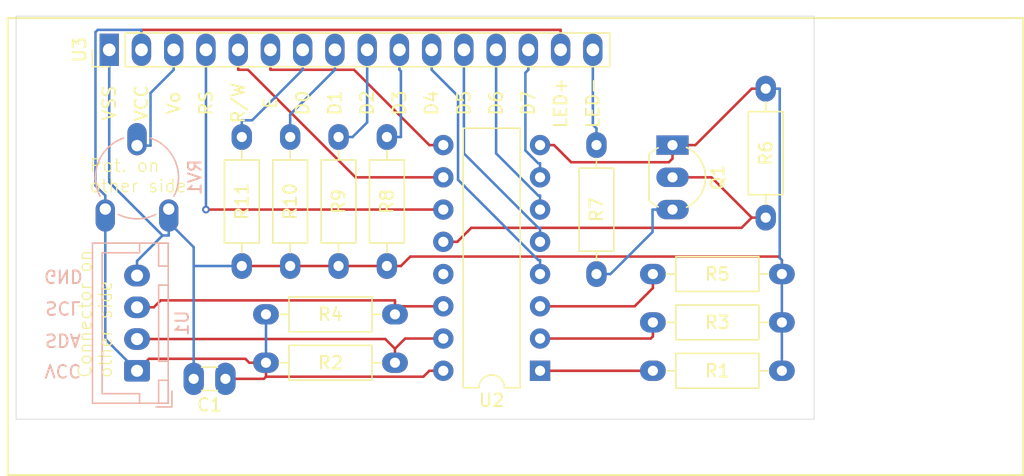
<source format=kicad_pcb>
(kicad_pcb (version 20240108) (generator "pcbnew") (generator_version "8.0")
  (layers (0 "F.Cu" signal) (31 "B.Cu" signal) (34 "B.Paste" user) (35 "F.Paste" user) (36 "B.SilkS" user "B.Silkscreen") (37 "F.SilkS" user "F.Silkscreen") (38 "B.Mask" user) (39 "F.Mask" user) (44 "Edge.Cuts" user))
  (net 0 "")
  (net 1 "/VCC")
  (net 2 "GND")
  (net 3 "Net-(Q1-D)")
  (net 4 "/LED Control")
  (net 5 "Net-(U2-A0)")
  (net 6 "/SDA")
  (net 7 "Net-(U2-A1)")
  (net 8 "/SCL")
  (net 9 "Net-(U2-A2)")
  (net 10 "Net-(U3-LED-)")
  (net 11 "/DB3")
  (net 12 "/DB2")
  (net 13 "/DB1")
  (net 14 "/DB0")
  (net 15 "/Contrast")
  (net 16 "/RS")
  (net 17 "/DB7")
  (net 18 "/DB4")
  (net 19 "/DB5")
  (net 20 "/DB6")
  (net 22 "/Enable")
  (net 23 "/Read{slash}Write")
  (footprint "My_Misc:R_Axial_DIN0207_L6.3mm_D2.5mm_P10.16mm_Horizontal_large" (layer "F.Cu") (at 155.575 64.135 -90)
    (property "Reference" "R7" (at 5.08 0 90) (layer "F.SilkS"))
    (property "Value" "27R")
    (fp_line (start 1.81 1.37) (end 8.35 1.37) (stroke (width 0.12)) (layer "F.SilkS"))
    (fp_line (start 8.35 1.37) (end 8.35 -1.37) (stroke (width 0.12)) (layer "F.SilkS"))
    (fp_line (start 1.04 0) (end 1.81 0) (stroke (width 0.12)) (layer "F.SilkS"))
    (fp_line (start 9.12 0) (end 8.35 0) (stroke (width 0.12)) (layer "F.SilkS"))
    (fp_line (start 1.81 -1.37) (end 1.81 1.37) (stroke (width 0.12)) (layer "F.SilkS"))
    (fp_line (start 8.35 -1.37) (end 1.81 -1.37) (stroke (width 0.12)) (layer "F.SilkS"))
    (pad "1" thru_hole oval (at 0 0 270) (size 2.032 1.6) (drill 0.8) (layers "*.Cu" "*.Mask") (net 10 "Net-(U3-LED-)"))
    (pad "2" thru_hole oval (at 10.16 0 270) (size 2.032 1.6) (drill 0.8) (layers "*.Cu" "*.Mask") (net 3 "Net-(Q1-D)"))
  )
  (footprint "My_Misc:R_Axial_DIN0207_L6.3mm_D2.5mm_P10.16mm_Horizontal_large" (layer "F.Cu") (at 160.02 78.105)
    (property "Reference" "R3" (at 5.08 0 0) (layer "F.SilkS"))
    (property "Value" "4k7")
    (fp_line (start 1.04 0) (end 1.81 0) (stroke (width 0.12)) (layer "F.SilkS"))
    (fp_line (start 1.81 -1.37) (end 1.81 1.37) (stroke (width 0.12)) (layer "F.SilkS"))
    (fp_line (start 1.81 1.37) (end 8.35 1.37) (stroke (width 0.12)) (layer "F.SilkS"))
    (fp_line (start 8.35 -1.37) (end 1.81 -1.37) (stroke (width 0.12)) (layer "F.SilkS"))
    (fp_line (start 8.35 1.37) (end 8.35 -1.37) (stroke (width 0.12)) (layer "F.SilkS"))
    (fp_line (start 9.12 0) (end 8.35 0) (stroke (width 0.12)) (layer "F.SilkS"))
    (pad "1" thru_hole oval (at 0 0) (size 2.032 1.6) (drill 0.8) (layers "*.Cu" "*.Mask") (net 7 "Net-(U2-A1)"))
    (pad "2" thru_hole oval (at 10.16 0) (size 2.032 1.6) (drill 0.8) (layers "*.Cu" "*.Mask") (net 2 "GND"))
  )
  (footprint "My_Misc:R_Axial_DIN0207_L6.3mm_D2.5mm_P10.16mm_Horizontal_large" (layer "F.Cu") (at 139.065 63.5 -90)
    (property "Reference" "R8" (at 5.08 0 90) (layer "F.SilkS"))
    (property "Value" "4.7k")
    (fp_line (start 1.81 1.37) (end 8.35 1.37) (stroke (width 0.12)) (layer "F.SilkS"))
    (fp_line (start 8.35 1.37) (end 8.35 -1.37) (stroke (width 0.12)) (layer "F.SilkS"))
    (fp_line (start 1.04 0) (end 1.81 0) (stroke (width 0.12)) (layer "F.SilkS"))
    (fp_line (start 9.12 0) (end 8.35 0) (stroke (width 0.12)) (layer "F.SilkS"))
    (fp_line (start 1.81 -1.37) (end 1.81 1.37) (stroke (width 0.12)) (layer "F.SilkS"))
    (fp_line (start 8.35 -1.37) (end 1.81 -1.37) (stroke (width 0.12)) (layer "F.SilkS"))
    (pad "1" thru_hole oval (at 0 0 270) (size 2.032 1.6) (drill 0.8) (layers "*.Cu" "*.Mask") (net 11 "/DB3"))
    (pad "2" thru_hole oval (at 10.16 0 270) (size 2.032 1.6) (drill 0.8) (layers "*.Cu" "*.Mask") (net 2 "GND"))
  )
  (footprint "My_Misc:R_Axial_DIN0207_L6.3mm_D2.5mm_P10.16mm_Horizontal_large" (layer "F.Cu") (at 129.54 81.28)
    (property "Reference" "R2" (at 5.08 0 0) (layer "F.SilkS"))
    (property "Value" "4k7")
    (fp_line (start 1.04 0) (end 1.81 0) (stroke (width 0.12)) (layer "F.SilkS"))
    (fp_line (start 1.81 -1.37) (end 1.81 1.37) (stroke (width 0.12)) (layer "F.SilkS"))
    (fp_line (start 1.81 1.37) (end 8.35 1.37) (stroke (width 0.12)) (layer "F.SilkS"))
    (fp_line (start 8.35 -1.37) (end 1.81 -1.37) (stroke (width 0.12)) (layer "F.SilkS"))
    (fp_line (start 8.35 1.37) (end 8.35 -1.37) (stroke (width 0.12)) (layer "F.SilkS"))
    (fp_line (start 9.12 0) (end 8.35 0) (stroke (width 0.12)) (layer "F.SilkS"))
    (pad "1" thru_hole oval (at 0 0) (size 2.032 1.6) (drill 0.8) (layers "*.Cu" "*.Mask") (net 1 "/VCC"))
    (pad "2" thru_hole oval (at 10.16 0) (size 2.032 1.6) (drill 0.8) (layers "*.Cu" "*.Mask") (net 6 "/SDA"))
  )
  (footprint "My_Misc:R_Axial_DIN0207_L6.3mm_D2.5mm_P10.16mm_Horizontal_large" (layer "F.Cu") (at 160.02 81.915)
    (property "Reference" "R1" (at 5.08 0 0) (layer "F.SilkS"))
    (property "Value" "4k7")
    (fp_line (start 1.04 0) (end 1.81 0) (stroke (width 0.12)) (layer "F.SilkS"))
    (fp_line (start 1.81 -1.37) (end 1.81 1.37) (stroke (width 0.12)) (layer "F.SilkS"))
    (fp_line (start 1.81 1.37) (end 8.35 1.37) (stroke (width 0.12)) (layer "F.SilkS"))
    (fp_line (start 8.35 -1.37) (end 1.81 -1.37) (stroke (width 0.12)) (layer "F.SilkS"))
    (fp_line (start 8.35 1.37) (end 8.35 -1.37) (stroke (width 0.12)) (layer "F.SilkS"))
    (fp_line (start 9.12 0) (end 8.35 0) (stroke (width 0.12)) (layer "F.SilkS"))
    (pad "1" thru_hole oval (at 0 0) (size 2.032 1.6) (drill 0.8) (layers "*.Cu" "*.Mask") (net 5 "Net-(U2-A0)"))
    (pad "2" thru_hole oval (at 10.16 0) (size 2.032 1.6) (drill 0.8) (layers "*.Cu" "*.Mask") (net 2 "GND"))
  )
  (footprint "My_Misc:DIP-16_W7.62mm_w socket" (layer "F.Cu") (at 151.13 81.915 180)
    (property "Reference" "U2" (at 3.81 -2.33 0) (layer "F.SilkS"))
    (property "Value" "PCF8574N")
    (fp_line (start 6.06 19.11) (end 6.06 -1.33) (stroke (width 0.12)) (layer "F.SilkS"))
    (fp_line (start 6.06 -1.33) (end 4.81 -1.33) (stroke (width 0.12)) (layer "F.SilkS"))
    (fp_line (start 2.81 -1.33) (end 1.56 -1.33) (stroke (width 0.12)) (layer "F.SilkS"))
    (fp_line (start 1.56 19.11) (end 6.06 19.11) (stroke (width 0.12)) (layer "F.SilkS"))
    (fp_line (start 1.56 -1.33) (end 1.56 19.11) (stroke (width 0.12)) (layer "F.SilkS"))
    (fp_arc (start 4.81 -1.33) (mid 3.81 -0.33) (end 2.81 -1.33) (stroke (width 0.12)) (layer "F.SilkS"))
    (pad "1" thru_hole rect (at 0 0 180) (size 1.6 1.6) (drill 0.8) (layers "*.Cu" "*.Mask") (net 5 "Net-(U2-A0)"))
    (pad "2" thru_hole oval (at 0 2.54 180) (size 1.6 1.6) (drill 0.8) (layers "*.Cu" "*.Mask") (net 7 "Net-(U2-A1)"))
    (pad "3" thru_hole oval (at 0 5.08 180) (size 1.6 1.6) (drill 0.8) (layers "*.Cu" "*.Mask") (net 9 "Net-(U2-A2)"))
    (pad "4" thru_hole oval (at 0 7.62 180) (size 1.6 1.6) (drill 0.8) (layers "*.Cu" "*.Mask") (net 18 "/DB4"))
    (pad "5" thru_hole oval (at 0 10.16 180) (size 1.6 1.6) (drill 0.8) (layers "*.Cu" "*.Mask") (net 19 "/DB5"))
    (pad "6" thru_hole oval (at 0 12.7 180) (size 1.6 1.6) (drill 0.8) (layers "*.Cu" "*.Mask") (net 20 "/DB6"))
    (pad "7" thru_hole oval (at 0 15.24 180) (size 1.6 1.6) (drill 0.8) (layers "*.Cu" "*.Mask") (net 17 "/DB7"))
    (pad "8" thru_hole oval (at 0 17.78 180) (size 1.6 1.6) (drill 0.8) (layers "*.Cu" "*.Mask") (net 2 "GND"))
    (pad "9" thru_hole oval (at 7.62 17.78 180) (size 1.6 1.6) (drill 0.8) (layers "*.Cu" "*.Mask") (net 22 "/Enable"))
    (pad "10" thru_hole oval (at 7.62 15.24 180) (size 1.6 1.6) (drill 0.8) (layers "*.Cu" "*.Mask") (net 23 "/Read{slash}Write"))
    (pad "11" thru_hole oval (at 7.62 12.7 180) (size 1.6 1.6) (drill 0.8) (layers "*.Cu" "*.Mask") (net 16 "/RS"))
    (pad "12" thru_hole oval (at 7.62 10.16 180) (size 1.6 1.6) (drill 0.8) (layers "*.Cu" "*.Mask") (net 4 "/LED Control"))
    (pad "13" thru_hole oval (at 7.62 7.62 180) (size 1.6 1.6) (drill 0.8) (layers "*.Cu" "*.Mask"))
    (pad "14" thru_hole oval (at 7.62 5.08 180) (size 1.6 1.6) (drill 0.8) (layers "*.Cu" "*.Mask") (net 8 "/SCL"))
    (pad "15" thru_hole oval (at 7.62 2.54 180) (size 1.6 1.6) (drill 0.8) (layers "*.Cu" "*.Mask") (net 6 "/SDA"))
    (pad "16" thru_hole oval (at 7.62 0 180) (size 1.6 1.6) (drill 0.8) (layers "*.Cu" "*.Mask") (net 1 "/VCC"))
  )
  (footprint "My_Parts:LCD_HD44780_16x2_w_headers_large" (layer "F.Cu") (at 117.19 56.63)
    (property "Reference" "U3" (at -2.33 0 90) (layer "F.SilkS"))
    (property "Value" "LCD_HD44780")
    (fp_line (start -8 -2.5) (end -8 33.5) (stroke (width 0.15)) (layer "F.SilkS"))
    (fp_line (start -8 33.5) (end 72 33.5) (stroke (width 0.15)) (layer "F.SilkS"))
    (fp_line (start -1.33 1.33) (end -1.33 0) (stroke (width 0.12)) (layer "F.SilkS"))
    (fp_line (start 0 1.33) (end -1.33 1.33) (stroke (width 0.12)) (layer "F.SilkS"))
    (fp_line (start 1.27 -1.33) (end 39.43 -1.33) (stroke (width 0.12)) (layer "F.SilkS"))
    (fp_line (start 1.27 1.33) (end 1.27 -1.33) (stroke (width 0.12)) (layer "F.SilkS"))
    (fp_line (start 1.27 1.33) (end 39.43 1.33) (stroke (width 0.12)) (layer "F.SilkS"))
    (fp_line (start 39.43 1.33) (end 39.43 -1.33) (stroke (width 0.12)) (layer "F.SilkS"))
    (fp_line (start 72 -2.5) (end -8 -2.5) (stroke (width 0.15)) (layer "F.SilkS"))
    (fp_line (start 72 33.5) (end 72 -2.5) (stroke (width 0.15)) (layer "F.SilkS"))
    (fp_text user "D5" (at 27.94 4.19 90) (layer "F.SilkS"))
    (fp_text user "Vo" (at 5.08 4.19 90) (layer "F.SilkS"))
    (fp_text user "D7" (at 33.02 4.19 90) (layer "F.SilkS"))
    (fp_text user "R/W" (at 10.16 4.19 90) (layer "F.SilkS"))
    (fp_text user "RS" (at 7.62 4.19 90) (layer "F.SilkS"))
    (fp_text user "D4" (at 25.4 4.19 90) (layer "F.SilkS"))
    (fp_text user "VCC" (at 2.54 4.19 90) (layer "F.SilkS"))
    (fp_text user "VSS" (at 0 4.19 90) (layer "F.SilkS"))
    (fp_text user "LED+" (at 35.56 4.19 90) (layer "F.SilkS"))
    (fp_text user "D1" (at 17.78 4.19 90) (layer "F.SilkS"))
    (fp_text user "D6" (at 30.48 4.19 90) (layer "F.SilkS"))
    (fp_text user "E" (at 12.7 4.19 90) (layer "F.SilkS"))
    (fp_text user "D3" (at 22.86 4.19 90) (layer "F.SilkS"))
    (fp_text user "D0" (at 15.24 4.19 90) (layer "F.SilkS"))
    (fp_text user "LED-" (at 38.1 4.19 90) (layer "F.SilkS"))
    (fp_text user "D2" (at 20.32 4.19 90) (layer "F.SilkS"))
    (pad "" np_thru_hole circle (at -5.5 0) (size 2.5 2.5) (drill 2.5) (layers "*.Cu" "*.Mask"))
    (pad "" np_thru_hole circle (at -5.5 31) (size 2.5 2.5) (drill 2.5) (layers "*.Cu" "*.Mask"))
    (pad "" np_thru_hole circle (at 69.5 0) (size 2.5 2.5) (drill 2.5) (layers "*.Cu" "*.Mask"))
    (pad "" np_thru_hole circle (at 69.5 31) (size 2.5 2.5) (drill 2.5) (layers "*.Cu" "*.Mask"))
    (pad "1" thru_hole rect (at 0 0 90) (size 2.54 1.524) (drill 1) (layers "*.Cu" "*.Mask") (net 2 "GND"))
    (pad "2" thru_hole oval (at 2.54 0 90) (size 2.54 1.524) (drill 1) (layers "*.Cu" "*.Mask") (net 1 "/VCC"))
    (pad "3" thru_hole oval (at 5.08 0 90) (size 2.54 1.524) (drill 1) (layers "*.Cu" "*.Mask") (net 15 "/Contrast"))
    (pad "4" thru_hole oval (at 7.62 0 90) (size 2.54 1.524) (drill 1) (layers "*.Cu" "*.Mask") (net 16 "/RS"))
    (pad "5" thru_hole oval (at 10.16 0 90) (size 2.54 1.524) (drill 1) (layers "*.Cu" "*.Mask") (net 23 "/Read{slash}Write"))
    (pad "6" thru_hole oval (at 12.7 0 90) (size 2.54 1.524) (drill 1) (layers "*.Cu" "*.Mask") (net 22 "/Enable"))
    (pad "7" thru_hole oval (at 15.24 0 90) (size 2.54 1.524) (drill 1) (layers "*.Cu" "*.Mask") (net 14 "/DB0"))
    (pad "8" thru_hole oval (at 17.78 0 90) (size 2.54 1.524) (drill 1) (layers "*.Cu" "*.Mask") (net 13 "/DB1"))
    (pad "9" thru_hole oval (at 20.32 0 90) (size 2.54 1.524) (drill 1) (layers "*.Cu" "*.Mask") (net 12 "/DB2"))
    (pad "10" thru_hole oval (at 22.86 0 90) (size 2.54 1.524) (drill 1) (layers "*.Cu" "*.Mask") (net 11 "/DB3"))
    (pad "11" thru_hole oval (at 25.4 0 90) (size 2.54 1.524) (drill 1) (layers "*.Cu" "*.Mask") (net 18 "/DB4"))
    (pad "12" thru_hole oval (at 27.94 0 90) (size 2.54 1.524) (drill 1) (layers "*.Cu" "*.Mask") (net 19 "/DB5"))
    (pad "13" thru_hole oval (at 30.48 0 90) (size 2.54 1.524) (drill 1) (layers "*.Cu" "*.Mask") (net 20 "/DB6"))
    (pad "14" thru_hole oval (at 33.02 0 90) (size 2.54 1.524) (drill 1) (layers "*.Cu" "*.Mask") (net 17 "/DB7"))
    (pad "15" thru_hole oval (at 35.56 0 90) (size 2.54 1.524) (drill 1) (layers "*.Cu" "*.Mask") (net 1 "/VCC"))
    (pad "16" thru_hole oval (at 38.1 0 90) (size 2.54 1.524) (drill 1) (layers "*.Cu" "*.Mask") (net 10 "Net-(U3-LED-)"))
  )
  (footprint "My_Misc:TO-92_Inline_Wide_large" (layer "F.Cu") (at 161.565 64.135 -90)
    (property "Reference" "Q1" (at 2.54 -3.56 90) (layer "F.SilkS"))
    (property "Value" "2N7000")
    (fp_line (start 0.74 1.85) (end 4.34 1.85) (stroke (width 0.12)) (layer "F.SilkS"))
    (fp_arc (start 0.74 1.85) (mid 0.446097 1.509328) (end 0.215816 1.122795) (stroke (width 0.12)) (layer "F.SilkS"))
    (fp_arc (start 4.864184 1.122795) (mid 4.633903 1.509328) (end 4.34 1.85) (stroke (width 0.12)) (layer "F.SilkS"))
    (fp_arc (start 0.1836 -1.098807) (mid 1.143021 -2.192817) (end 2.54 -2.6) (stroke (width 0.12)) (layer "F.SilkS"))
    (fp_arc (start 2.54 -2.6) (mid 3.936979 -2.192818) (end 4.8964 -1.098807) (stroke (width 0.12)) (layer "F.SilkS"))
    (pad "1" thru_hole rect (at 0 0 270) (size 1.524 2.54) (drill 0.8) (layers "*.Cu" "*.Mask") (net 2 "GND"))
    (pad "2" thru_hole oval (at 2.54 0 270) (size 1.524 2.54) (drill 0.8) (layers "*.Cu" "*.Mask") (net 4 "/LED Control"))
    (pad "3" thru_hole oval (at 5.08 0 270) (size 1.524 2.54) (drill 0.8) (layers "*.Cu" "*.Mask") (net 3 "Net-(Q1-D)"))
  )
  (footprint "My_Misc:R_Axial_DIN0207_L6.3mm_D2.5mm_P10.16mm_Horizontal_large" (layer "F.Cu") (at 168.91 69.85 90)
    (property "Reference" "R6" (at 5.08 0 90) (layer "F.SilkS"))
    (property "Value" "4k7")
    (fp_line (start 8.35 -1.37) (end 1.81 -1.37) (stroke (width 0.12)) (layer "F.SilkS"))
    (fp_line (start 1.81 -1.37) (end 1.81 1.37) (stroke (width 0.12)) (layer "F.SilkS"))
    (fp_line (start 9.12 0) (end 8.35 0) (stroke (width 0.12)) (layer "F.SilkS"))
    (fp_line (start 1.04 0) (end 1.81 0) (stroke (width 0.12)) (layer "F.SilkS"))
    (fp_line (start 8.35 1.37) (end 8.35 -1.37) (stroke (width 0.12)) (layer "F.SilkS"))
    (fp_line (start 1.81 1.37) (end 8.35 1.37) (stroke (width 0.12)) (layer "F.SilkS"))
    (pad "1" thru_hole oval (at 0 0 90) (size 2.032 1.6) (drill 0.8) (layers "*.Cu" "*.Mask") (net 4 "/LED Control"))
    (pad "2" thru_hole oval (at 10.16 0 90) (size 2.032 1.6) (drill 0.8) (layers "*.Cu" "*.Mask") (net 2 "GND"))
  )
  (footprint "My_Misc:R_Axial_DIN0207_L6.3mm_D2.5mm_P10.16mm_Horizontal_large" (layer "F.Cu") (at 127.635 63.5 -90)
    (property "Reference" "R11" (at 5.08 0 90) (layer "F.SilkS"))
    (property "Value" "4.7k")
    (fp_line (start 1.81 1.37) (end 8.35 1.37) (stroke (width 0.12)) (layer "F.SilkS"))
    (fp_line (start 8.35 1.37) (end 8.35 -1.37) (stroke (width 0.12)) (layer "F.SilkS"))
    (fp_line (start 1.04 0) (end 1.81 0) (stroke (width 0.12)) (layer "F.SilkS"))
    (fp_line (start 9.12 0) (end 8.35 0) (stroke (width 0.12)) (layer "F.SilkS"))
    (fp_line (start 1.81 -1.37) (end 1.81 1.37) (stroke (width 0.12)) (layer "F.SilkS"))
    (fp_line (start 8.35 -1.37) (end 1.81 -1.37) (stroke (width 0.12)) (layer "F.SilkS"))
    (pad "1" thru_hole oval (at 0 0 270) (size 2.032 1.6) (drill 0.8) (layers "*.Cu" "*.Mask") (net 14 "/DB0"))
    (pad "2" thru_hole oval (at 10.16 0 270) (size 2.032 1.6) (drill 0.8) (layers "*.Cu" "*.Mask") (net 2 "GND"))
  )
  (footprint "My_Misc:R_Axial_DIN0207_L6.3mm_D2.5mm_P10.16mm_Horizontal_large" (layer "F.Cu") (at 135.255 63.5 -90)
    (property "Reference" "R9" (at 5.08 0 90) (layer "F.SilkS"))
    (property "Value" "4.7k")
    (fp_line (start 1.81 1.37) (end 8.35 1.37) (stroke (width 0.12)) (layer "F.SilkS"))
    (fp_line (start 8.35 1.37) (end 8.35 -1.37) (stroke (width 0.12)) (layer "F.SilkS"))
    (fp_line (start 1.04 0) (end 1.81 0) (stroke (width 0.12)) (layer "F.SilkS"))
    (fp_line (start 9.12 0) (end 8.35 0) (stroke (width 0.12)) (layer "F.SilkS"))
    (fp_line (start 1.81 -1.37) (end 1.81 1.37) (stroke (width 0.12)) (layer "F.SilkS"))
    (fp_line (start 8.35 -1.37) (end 1.81 -1.37) (stroke (width 0.12)) (layer "F.SilkS"))
    (pad "1" thru_hole oval (at 0 0 270) (size 2.032 1.6) (drill 0.8) (layers "*.Cu" "*.Mask") (net 12 "/DB2"))
    (pad "2" thru_hole oval (at 10.16 0 270) (size 2.032 1.6) (drill 0.8) (layers "*.Cu" "*.Mask") (net 2 "GND"))
  )
  (footprint "My_Misc:R_Axial_DIN0207_L6.3mm_D2.5mm_P10.16mm_Horizontal_large" (layer "F.Cu") (at 129.54 77.47)
    (property "Reference" "R4" (at 5.08 0 0) (layer "F.SilkS"))
    (property "Value" "4k7")
    (fp_line (start 1.04 0) (end 1.81 0) (stroke (width 0.12)) (layer "F.SilkS"))
    (fp_line (start 1.81 -1.37) (end 1.81 1.37) (stroke (width 0.12)) (layer "F.SilkS"))
    (fp_line (start 1.81 1.37) (end 8.35 1.37) (stroke (width 0.12)) (layer "F.SilkS"))
    (fp_line (start 8.35 -1.37) (end 1.81 -1.37) (stroke (width 0.12)) (layer "F.SilkS"))
    (fp_line (start 8.35 1.37) (end 8.35 -1.37) (stroke (width 0.12)) (layer "F.SilkS"))
    (fp_line (start 9.12 0) (end 8.35 0) (stroke (width 0.12)) (layer "F.SilkS"))
    (pad "1" thru_hole oval (at 0 0) (size 2.032 1.6) (drill 0.8) (layers "*.Cu" "*.Mask") (net 1 "/VCC"))
    (pad "2" thru_hole oval (at 10.16 0) (size 2.032 1.6) (drill 0.8) (layers "*.Cu" "*.Mask") (net 8 "/SCL"))
  )
  (footprint "My_Misc:C_Disc_D3.0mm_W1.6mm_P2.50mm_larg" (layer "F.Cu") (at 126.345 82.55 180)
    (property "Reference" "C1" (at 1.25 -2.05 0) (layer "F.SilkS"))
    (property "Value" "100n")
    (fp_line (start 0.621 0.92) (end 1.879 0.92) (stroke (width 0.12)) (layer "F.SilkS"))
    (fp_line (start 0.621 -0.92) (end 1.879 -0.92) (stroke (width 0.12)) (layer "F.SilkS"))
    (pad "1" thru_hole oval (at 0 0 180) (size 1.6 2.54) (drill 0.8) (layers "*.Cu" "*.Mask") (net 1 "/VCC"))
    (pad "2" thru_hole oval (at 2.5 0 180) (size 1.6 2.54) (drill 0.8) (layers "*.Cu" "*.Mask") (net 2 "GND"))
  )
  (footprint "My_Misc:R_Axial_DIN0207_L6.3mm_D2.5mm_P10.16mm_Horizontal_large" (layer "F.Cu") (at 131.445 63.5 -90)
    (property "Reference" "R10" (at 5.08 0 90) (layer "F.SilkS"))
    (property "Value" "4.7k")
    (fp_line (start 1.81 1.37) (end 8.35 1.37) (stroke (width 0.12)) (layer "F.SilkS"))
    (fp_line (start 8.35 1.37) (end 8.35 -1.37) (stroke (width 0.12)) (layer "F.SilkS"))
    (fp_line (start 1.04 0) (end 1.81 0) (stroke (width 0.12)) (layer "F.SilkS"))
    (fp_line (start 9.12 0) (end 8.35 0) (stroke (width 0.12)) (layer "F.SilkS"))
    (fp_line (start 1.81 -1.37) (end 1.81 1.37) (stroke (width 0.12)) (layer "F.SilkS"))
    (fp_line (start 8.35 -1.37) (end 1.81 -1.37) (stroke (width 0.12)) (layer "F.SilkS"))
    (pad "1" thru_hole oval (at 0 0 270) (size 2.032 1.6) (drill 0.8) (layers "*.Cu" "*.Mask") (net 13 "/DB1"))
    (pad "2" thru_hole oval (at 10.16 0 270) (size 2.032 1.6) (drill 0.8) (layers "*.Cu" "*.Mask") (net 2 "GND"))
  )
  (footprint "My_Misc:R_Axial_DIN0207_L6.3mm_D2.5mm_P10.16mm_Horizontal_large" (layer "F.Cu") (at 160.02 74.295)
    (property "Reference" "R5" (at 5.08 0 0) (layer "F.SilkS"))
    (property "Value" "4k7")
    (fp_line (start 1.04 0) (end 1.81 0) (stroke (width 0.12)) (layer "F.SilkS"))
    (fp_line (start 1.81 -1.37) (end 1.81 1.37) (stroke (width 0.12)) (layer "F.SilkS"))
    (fp_line (start 1.81 1.37) (end 8.35 1.37) (stroke (width 0.12)) (layer "F.SilkS"))
    (fp_line (start 8.35 -1.37) (end 1.81 -1.37) (stroke (width 0.12)) (layer "F.SilkS"))
    (fp_line (start 8.35 1.37) (end 8.35 -1.37) (stroke (width 0.12)) (layer "F.SilkS"))
    (fp_line (start 9.12 0) (end 8.35 0) (stroke (width 0.12)) (layer "F.SilkS"))
    (pad "1" thru_hole oval (at 0 0) (size 2.032 1.6) (drill 0.8) (layers "*.Cu" "*.Mask") (net 9 "Net-(U2-A2)"))
    (pad "2" thru_hole oval (at 10.16 0) (size 2.032 1.6) (drill 0.8) (layers "*.Cu" "*.Mask") (net 2 "GND"))
  )
  (footprint "My_Misc:Potentiometer_Piher_PT-6-V_Vertical_larger_pads" (layer "B.Cu") (at 116.88 69.175 90)
    (property "Reference" "RV1" (at 2.5 7.06 90) (layer "B.SilkS") (effects (justify mirror)))
    (property "Value" "10k")
    (fp_arc (start 2.5 -0.77) (mid 4.398899 -0.162158) (end 5.591846 1.435392) (stroke (width 0.12)) (layer "B.SilkS"))
    (fp_arc (start 1.015 -0.414) (mid 1.764071 -0.686696) (end 2.556863 -0.770075) (stroke (width 0.12)) (layer "B.SilkS"))
    (fp_arc (start 5.592 3.564) (mid 3.725524 5.531609) (end 1.016032 5.413829) (stroke (width 0.12)) (layer "B.SilkS"))
    (fp_arc (start -0.414 3.984) (mid -0.770115 2.499325) (end -0.413387 1.014798) (stroke (width 0.12)) (layer "B.SilkS"))
    (pad "1" thru_hole oval (at 0 0 90) (size 2.54 1.524) (drill 0.9 (offset -0.508 0)) (layers "*.Cu" "*.Mask") (net 1 "/VCC"))
    (pad "2" thru_hole oval (at 5 2.5 90) (size 2.54 1.524) (drill 0.9 (offset 0.508 0)) (layers "*.Cu" "*.Mask") (net 15 "/Contrast"))
    (pad "3" thru_hole oval (at 0 5 90) (size 2.54 1.524) (drill 0.9 (offset -0.508 0)) (layers "*.Cu" "*.Mask") (net 2 "GND"))
  )
  (footprint "My_Headers:4-pin JST I2C" (layer "B.Cu") (at 119.38 81.915 90)
    (property "Reference" "U1" (at 3.75 3.55 90) (layer "B.SilkS") (effects (justify mirror)))
    (property "Value" "I2C Connector")
    (fp_line (start 10.06 -3.51) (end -2.56 -3.51) (stroke (width 0.12)) (layer "B.SilkS"))
    (fp_line (start -2.56 -3.51) (end -2.56 2.46) (stroke (width 0.12)) (layer "B.SilkS"))
    (fp_line (start 9.3 -2.75) (end 9.3 0.2) (stroke (width 0.12)) (layer "B.SilkS"))
    (fp_line (start 3.75 -2.75) (end 9.3 -2.75) (stroke (width 0.12)) (layer "B.SilkS"))
    (fp_line (start 3.75 -2.75) (end -1.8 -2.75) (stroke (width 0.12)) (layer "B.SilkS"))
    (fp_line (start -1.8 -2.75) (end -1.8 0.2) (stroke (width 0.12)) (layer "B.SilkS"))
    (fp_line (start 9.3 0.2) (end 10.05 0.2) (stroke (width 0.12)) (layer "B.SilkS"))
    (fp_line (start -1.8 0.2) (end -2.55 0.2) (stroke (width 0.12)) (layer "B.SilkS"))
    (fp_line (start -2.85 1.5) (end -2.85 2.75) (stroke (width 0.12)) (layer "B.SilkS"))
    (fp_line (start 10.05 1.7) (end 8.25 1.7) (stroke (width 0.12)) (layer "B.SilkS"))
    (fp_line (start 8.25 1.7) (end 8.25 2.45) (stroke (width 0.12)) (layer "B.SilkS"))
    (fp_line (start 6.75 1.7) (end 0.75 1.7) (stroke (width 0.12)) (layer "B.SilkS"))
    (fp_line (start 0.75 1.7) (end 0.75 2.45) (stroke (width 0.12)) (layer "B.SilkS"))
    (fp_line (start -0.75 1.7) (end -2.55 1.7) (stroke (width 0.12)) (layer "B.SilkS"))
    (fp_line (start -2.55 1.7) (end -2.55 2.45) (stroke (width 0.12)) (layer "B.SilkS"))
    (fp_line (start 10.05 2.45) (end 10.05 1.7) (stroke (width 0.12)) (layer "B.SilkS"))
    (fp_line (start 8.25 2.45) (end 10.05 2.45) (stroke (width 0.12)) (layer "B.SilkS"))
    (fp_line (start 6.75 2.45) (end 6.75 1.7) (stroke (width 0.12)) (layer "B.SilkS"))
    (fp_line (start 0.75 2.45) (end 6.75 2.45) (stroke (width 0.12)) (layer "B.SilkS"))
    (fp_line (start -0.75 2.45) (end -0.75 1.7) (stroke (width 0.12)) (layer "B.SilkS"))
    (fp_line (start -2.55 2.45) (end -0.75 2.45) (stroke (width 0.12)) (layer "B.SilkS"))
    (fp_line (start 10.06 2.46) (end 10.06 -3.51) (stroke (width 0.12)) (layer "B.SilkS"))
    (fp_line (start -2.56 2.46) (end 10.06 2.46) (stroke (width 0.12)) (layer "B.SilkS"))
    (fp_line (start -2.85 2.75) (end -1.6 2.75) (stroke (width 0.12)) (layer "B.SilkS"))
    (fp_text user "GND" (at 7.45 -5.8 180) (layer "B.SilkS") (effects (justify mirror)))
    (fp_text user "SCL" (at 4.95 -5.842 180) (layer "B.SilkS") (effects (justify mirror)))
    (fp_text user "VCC" (at 0 -5.842 180) (layer "B.SilkS") (effects (justify mirror)))
    (fp_text user "SDA" (at 2.41 -5.842 180) (layer "B.SilkS") (effects (justify mirror)))
    (pad "1" thru_hole roundrect (at 0 0 90) (size 1.7 2.032) (drill 0.95) (layers "*.Cu" "*.Mask") (roundrect_rratio 0.147059) (net 1 "/VCC"))
    (pad "2" thru_hole oval (at 2.5 0 90) (size 1.7 2.032) (drill 0.95) (layers "*.Cu" "*.Mask") (net 6 "/SDA"))
    (pad "3" thru_hole oval (at 5 0 90) (size 1.7 2.032) (drill 0.95) (layers "*.Cu" "*.Mask") (net 8 "/SCL"))
    (pad "4" thru_hole oval (at 7.5 0 90) (size 1.7 2.032) (drill 0.95) (layers "*.Cu" "*.Mask") (net 2 "GND"))
  )
  (gr_line (start 172.72 53.975) (end 109.855 53.975) (stroke (width 0.05)) (layer "Edge.Cuts"))
  (gr_line (start 109.855 85.725) (end 172.72 85.725) (stroke (width 0.05)) (layer "Edge.Cuts"))
  (gr_line (start 109.855 53.975) (end 109.855 85.725) (stroke (width 0.05)) (layer "Edge.Cuts"))
  (gr_line (start 172.72 85.725) (end 172.72 53.975) (stroke (width 0.05)) (layer "Edge.Cuts"))
  (gr_text "Pot. on\nother side" (at 115.57 67.945 0) (layer "F.SilkS") (effects (font (size 1 1) (thickness 0.1)) (justify left bottom)))
  (gr_text "Connector on\nother side" (at 117.475 82.55 90) (layer "F.SilkS") (effects (font (size 1 1) (thickness 0.1)) (justify left bottom)))
  (segment (start 143.51 81.915) (end 142.4083 81.915) (width 0.2) (layer "F.Cu") (net 1))
  (segment (start 129.54 81.28) (end 128.2223 81.28) (width 0.2) (layer "F.Cu") (net 1))
  (segment (start 129.54 81.28) (end 129.54 82.3817) (width 0.2) (layer "F.Cu") (net 1))
  (segment (start 152.75 55.0583) (end 119.73 55.0583) (width 0.2) (layer "F.Cu") (net 1))
  (segment (start 127.9128 80.9705) (end 128.2223 81.28) (width 0.2) (layer "F.Cu") (net 1))
  (segment (start 119.38 81.915) (end 120.3245 80.9705) (width 0.2) (layer "F.Cu") (net 1))
  (segment (start 141.9416 82.3817) (end 129.54 82.3817) (width 0.2) (layer "F.Cu") (net 1))
  (segment (start 120.3245 80.9705) (end 127.9128 80.9705) (width 0.2) (layer "F.Cu") (net 1))
  (segment (start 126.345 82.55) (end 129.3717 82.55) (width 0.2) (layer "F.Cu") (net 1))
  (segment (start 119.73 56.63) (end 119.73 55.0583) (width 0.2) (layer "F.Cu") (net 1))
  (segment (start 142.4083 81.915) (end 141.9416 82.3817) (width 0.2) (layer "F.Cu") (net 1))
  (segment (start 152.75 56.63) (end 152.75 55.0583) (width 0.2) (layer "F.Cu") (net 1))
  (segment (start 129.3717 82.55) (end 129.54 82.3817) (width 0.2) (layer "F.Cu") (net 1))
  (segment (start 129.54 81.28) (end 129.54 77.47) (width 0.2) (layer "B.Cu") (net 1))
  (segment (start 116.1062 67.3375) (end 116.88 68.1113) (width 0.2) (layer "B.Cu") (net 1))
  (segment (start 116.88 79.415) (end 116.88 69.175) (width 0.2) (layer "B.Cu") (net 1))
  (segment (start 119.73 55.0583) (end 116.2831 55.0583) (width 0.2) (layer "B.Cu") (net 1))
  (segment (start 116.1062 55.2352) (end 116.1062 67.3375) (width 0.2) (layer "B.Cu") (net 1))
  (segment (start 116.88 69.175) (end 116.88 68.1113) (width 0.2) (layer "B.Cu") (net 1))
  (segment (start 116.2831 55.0583) (end 116.1062 55.2352) (width 0.2) (layer "B.Cu") (net 1))
  (segment (start 119.73 56.63) (end 119.73 55.0583) (width 0.2) (layer "B.Cu") (net 1))
  (segment (start 119.38 81.915) (end 116.88 79.415) (width 0.2) (layer "B.Cu") (net 1))
  (segment (start 161.565 64.135) (end 163.3633 64.135) (width 0.2) (layer "F.Cu") (net 2))
  (segment (start 163.3633 64.135) (end 167.8083 59.69) (width 0.2) (layer "F.Cu") (net 2))
  (segment (start 140.9102 72.9165) (end 169.9032 72.9165) (width 0.2) (layer "F.Cu") (net 2))
  (segment (start 161.565 65.1987) (end 161.2789 65.4848) (width 0.2) (layer "F.Cu") (net 2))
  (segment (start 170.18 74.295) (end 170.18 73.1933) (width 0.2) (layer "F.Cu") (net 2))
  (segment (start 135.255 73.66) (end 131.445 73.66) (width 0.2) (layer "F.Cu") (net 2))
  (segment (start 139.065 73.66) (end 135.255 73.66) (width 0.2) (layer "F.Cu") (net 2))
  (segment (start 153.5815 65.4848) (end 152.2317 64.135) (width 0.2) (layer "F.Cu") (net 2))
  (segment (start 169.9032 72.9165) (end 170.18 73.1933) (width 0.2) (layer "F.Cu") (net 2))
  (segment (start 139.065 73.66) (end 140.1667 73.66) (width 0.2) (layer "F.Cu") (net 2))
  (segment (start 140.1667 73.66) (end 140.9102 72.9165) (width 0.2) (layer "F.Cu") (net 2))
  (segment (start 161.565 64.135) (end 161.565 65.1987) (width 0.2) (layer "F.Cu") (net 2))
  (segment (start 131.445 73.66) (end 127.635 73.66) (width 0.2) (layer "F.Cu") (net 2))
  (segment (start 151.13 64.135) (end 152.2317 64.135) (width 0.2) (layer "F.Cu") (net 2))
  (segment (start 161.2789 65.4848) (end 153.5815 65.4848) (width 0.2) (layer "F.Cu") (net 2))
  (segment (start 168.91 59.69) (end 167.8083 59.69) (width 0.2) (layer "F.Cu") (net 2))
  (segment (start 121.88 69.175) (end 121.88 70.2148) (width 0.2) (layer "B.Cu") (net 2))
  (segment (start 119.38 73.2633) (end 119.38 73.8391) (width 0.2) (layer "B.Cu") (net 2))
  (segment (start 127.635 73.66) (end 126.5333 73.66) (width 0.2) (layer "B.Cu") (net 2))
  (segment (start 170.18 78.105) (end 170.18 81.915) (width 0.2) (layer "B.Cu") (net 2))
  (segment (start 170.0117 59.69) (end 170.0117 73.025) (width 0.2) (layer "B.Cu") (net 2))
  (segment (start 123.845 73.66) (end 126.5333 73.66) (width 0.2) (layer "B.Cu") (net 2))
  (segment (start 170.18 74.295) (end 170.18 78.105) (width 0.2) (layer "B.Cu") (net 2))
  (segment (start 168.91 59.69) (end 170.0117 59.69) (width 0.2) (layer "B.Cu") (net 2))
  (segment (start 117.19 56.63) (end 117.19 58.2017) (width 0.2) (layer "B.Cu") (net 2))
  (segment (start 123.845 73.66) (end 123.845 82.55) (width 0.2) (layer "B.Cu") (net 2))
  (segment (start 121.88 70.2148) (end 123.845 72.1798) (width 0.2) (layer "B.Cu") (net 2))
  (segment (start 170.18 74.295) (end 170.18 73.1933) (width 0.2) (layer "B.Cu") (net 2))
  (segment (start 119.38 74.415) (end 119.38 73.8391) (width 0.2) (layer "B.Cu") (net 2))
  (segment (start 117.19 67.0561) (end 117.19 58.2017) (width 0.2) (layer "B.Cu") (net 2))
  (segment (start 121.3886 71.2547) (end 117.19 67.0561) (width 0.2) (layer "B.Cu") (net 2))
  (segment (start 170.0117 73.025) (end 170.18 73.1933) (width 0.2) (layer "B.Cu") (net 2))
  (segment (start 121.3886 71.2547) (end 119.38 73.2633) (width 0.2) (layer "B.Cu") (net 2))
  (segment (start 121.88 70.2148) (end 121.88 71.2547) (width 0.2) (layer "B.Cu") (net 2))
  (segment (start 121.88 71.2547) (end 121.3886 71.2547) (width 0.2) (layer "B.Cu") (net 2))
  (segment (start 123.845 72.1798) (end 123.845 73.66) (width 0.2) (layer "B.Cu") (net 2))
  (segment (start 159.9933 69.215) (end 159.9933 70.9784) (width 0.2) (layer "B.Cu") (net 3))
  (segment (start 161.565 69.215) (end 159.9933 69.215) (width 0.2) (layer "B.Cu") (net 3))
  (segment (start 159.9933 70.9784) (end 156.6767 74.295) (width 0.2) (layer "B.Cu") (net 3))
  (segment (start 155.575 74.295) (end 156.6767 74.295) (width 0.2) (layer "B.Cu") (net 3))
  (segment (start 144.6117 71.755) (end 145.7134 70.6533) (width 0.2) (layer "F.Cu") (net 4))
  (segment (start 161.565 66.675) (end 164.6333 66.675) (width 0.2) (layer "F.Cu") (net 4))
  (segment (start 168.91 69.85) (end 167.8083 69.85) (width 0.2) (layer "F.Cu") (net 4))
  (segment (start 145.7134 70.6533) (end 167.005 70.6533) (width 0.2) (layer "F.Cu") (net 4))
  (segment (start 167.005 70.6533) (end 167.8083 69.85) (width 0.2) (layer "F.Cu") (net 4))
  (segment (start 164.6333 66.675) (end 167.8083 69.85) (width 0.2) (layer "F.Cu") (net 4))
  (segment (start 143.51 71.755) (end 144.6117 71.755) (width 0.2) (layer "F.Cu") (net 4))
  (segment (start 151.13 81.915) (end 160.02 81.915) (width 0.2) (layer "F.Cu") (net 5))
  (segment (start 140.5033 79.375) (end 139.7 80.1783) (width 0.2) (layer "F.Cu") (net 6))
  (segment (start 138.9367 79.415) (end 139.7 80.1783) (width 0.2) (layer "F.Cu") (net 6))
  (segment (start 139.7 81.28) (end 139.7 80.1783) (width 0.2) (layer "F.Cu") (net 6))
  (segment (start 143.51 79.375) (end 140.5033 79.375) (width 0.2) (layer "F.Cu") (net 6))
  (segment (start 119.38 79.415) (end 138.9367 79.415) (width 0.2) (layer "F.Cu") (net 6))
  (segment (start 151.13 79.375) (end 159.8517 79.375) (width 0.2) (layer "F.Cu") (net 7))
  (segment (start 160.02 78.105) (end 160.02 79.2067) (width 0.2) (layer "F.Cu") (net 7))
  (segment (start 159.8517 79.375) (end 160.02 79.2067) (width 0.2) (layer "F.Cu") (net 7))
  (segment (start 119.38 76.915) (end 120.6977 76.915) (width 0.2) (layer "F.Cu") (net 8))
  (segment (start 143.51 76.835) (end 139.7 76.835) (width 0.2) (layer "F.Cu") (net 8))
  (segment (start 139.7 77.47) (end 139.7 76.835) (width 0.2) (layer "F.Cu") (net 8))
  (segment (start 139.7 76.835) (end 139.7 76.3683) (width 0.2) (layer "F.Cu") (net 8))
  (segment (start 121.2444 76.3683) (end 139.7 76.3683) (width 0.2) (layer "F.Cu") (net 8))
  (segment (start 120.6977 76.915) (end 121.2444 76.3683) (width 0.2) (layer "F.Cu") (net 8))
  (segment (start 151.13 76.835) (end 158.5817 76.835) (width 0.2) (layer "F.Cu") (net 9))
  (segment (start 160.02 74.295) (end 160.02 75.3967) (width 0.2) (layer "F.Cu") (net 9))
  (segment (start 158.5817 76.835) (end 160.02 75.3967) (width 0.2) (layer "F.Cu") (net 9))
  (segment (start 155.29 62.5323) (end 155.575 62.8173) (width 0.2) (layer "B.Cu") (net 10))
  (segment (start 155.575 64.135) (end 155.575 62.8173) (width 0.2) (layer "B.Cu") (net 10))
  (segment (start 155.29 56.63) (end 155.29 62.5323) (width 0.2) (layer "B.Cu") (net 10))
  (segment (start 139.065 63.5) (end 140.1667 63.5) (width 0.2) (layer "B.Cu") (net 11))
  (segment (start 140.05 56.63) (end 140.05 58.2017) (width 0.2) (layer "B.Cu") (net 11))
  (segment (start 140.1667 58.3184) (end 140.1667 63.5) (width 0.2) (layer "B.Cu") (net 11))
  (segment (start 140.05 58.2017) (end 140.1667 58.3184) (width 0.2) (layer "B.Cu") (net 11))
  (segment (start 137.51 62.3467) (end 136.3567 63.5) (width 0.2) (layer "B.Cu") (net 12))
  (segment (start 135.255 63.5) (end 136.3567 63.5) (width 0.2) (layer "B.Cu") (net 12))
  (segment (start 137.51 56.63) (end 137.51 62.3467) (width 0.2) (layer "B.Cu") (net 12))
  (segment (start 134.97 56.63) (end 134.97 58.2017) (width 0.2) (layer "B.Cu") (net 13))
  (segment (start 134.97 58.2017) (end 131.445 61.7267) (width 0.2) (layer "B.Cu") (net 13))
  (segment (start 131.445 61.7267) (end 131.445 63.5) (width 0.2) (layer "B.Cu") (net 13))
  (segment (start 127.635 63.5) (end 127.635 62.1823) (width 0.2) (layer "B.Cu") (net 14))
  (segment (start 128.4494 62.1823) (end 127.635 62.1823) (width 0.2) (layer "B.Cu") (net 14))
  (segment (start 132.43 58.2017) (end 128.4494 62.1823) (width 0.2) (layer "B.Cu") (net 14))
  (segment (start 132.43 56.63) (end 132.43 58.2017) (width 0.2) (layer "B.Cu") (net 14))
  (segment (start 120.4437 64.175) (end 120.4437 60.028) (width 0.2) (layer "B.Cu") (net 15))
  (segment (start 120.4437 60.028) (end 122.27 58.2017) (width 0.2) (layer "B.Cu") (net 15))
  (segment (start 122.27 56.63) (end 122.27 58.2017) (width 0.2) (layer "B.Cu") (net 15))
  (segment (start 119.38 64.175) (end 120.4437 64.175) (width 0.2) (layer "B.Cu") (net 15))
  (segment (start 143.51 69.215) (end 124.81 69.215) (width 0.2) (layer "F.Cu") (net 16))
  (via (at 124.81 69.215) (size 0.6) (drill 0.3) (layers "F.Cu" "B.Cu") (net 16))
  (segment (start 124.81 56.63) (end 124.81 69.215) (width 0.2) (layer "B.Cu") (net 16))
  (segment (start 151.13 65.5733) (end 150.9923 65.5733) (width 0.2) (layer "B.Cu") (net 17))
  (segment (start 151.13 66.675) (end 151.13 65.5733) (width 0.2) (layer "B.Cu") (net 17))
  (segment (start 150.9923 65.5733) (end 149.9751 64.5561) (width 0.2) (layer "B.Cu") (net 17))
  (segment (start 150.21 56.63) (end 150.21 58.2017) (width 0.2) (layer "B.Cu") (net 17))
  (segment (start 149.9751 58.4366) (end 150.21 58.2017) (width 0.2) (layer "B.Cu") (net 17))
  (segment (start 149.9751 64.5561) (end 149.9751 58.4366) (width 0.2) (layer "B.Cu") (net 17))
  (segment (start 144.67 60.2817) (end 142.59 58.2017) (width 0.2) (layer "B.Cu") (net 18))
  (segment (start 144.67 66.871) (end 144.67 60.2817) (width 0.2) (layer "B.Cu") (net 18))
  (segment (start 151.13 73.1933) (end 150.9923 73.1933) (width 0.2) (layer "B.Cu") (net 18))
  (segment (start 142.59 56.63) (end 142.59 58.2017) (width 0.2) (layer "B.Cu") (net 18))
  (segment (start 151.13 74.295) (end 151.13 73.1933) (width 0.2) (layer "B.Cu") (net 18))
  (segment (start 150.9923 73.1933) (end 144.67 66.871) (width 0.2) (layer "B.Cu") (net 18))
  (segment (start 151.13 71.755) (end 151.13 70.6533) (width 0.2) (layer "B.Cu") (net 19))
  (segment (start 151.13 70.6533) (end 150.9923 70.6533) (width 0.2) (layer "B.Cu") (net 19))
  (segment (start 145.13 64.791) (end 145.13 56.63) (width 0.2) (layer "B.Cu") (net 19))
  (segment (start 150.9923 70.6533) (end 145.13 64.791) (width 0.2) (layer "B.Cu") (net 19))
  (segment (start 151.13 69.215) (end 151.13 68.1133) (width 0.2) (layer "B.Cu") (net 20))
  (segment (start 147.67 64.791) (end 147.67 56.63) (width 0.2) (layer "B.Cu") (net 20))
  (segment (start 151.13 68.1133) (end 150.9923 68.1133) (width 0.2) (layer "B.Cu") (net 20))
  (segment (start 150.9923 68.1133) (end 147.67 64.791) (width 0.2) (layer "B.Cu") (net 20))
  (segment (start 142.4083 64.135) (end 136.475 58.2017) (width 0.2) (layer "F.Cu") (net 22))
  (segment (start 136.475 58.2017) (end 129.89 58.2017) (width 0.2) (layer "F.Cu") (net 22))
  (segment (start 129.89 56.63) (end 129.89 58.2017) (width 0.2) (layer "F.Cu") (net 22))
  (segment (start 143.51 64.135) (end 142.4083 64.135) (width 0.2) (layer "F.Cu") (net 22))
  (segment (start 136.5919 66.675) (end 143.51 66.675) (width 0.2) (layer "F.Cu") (net 23))
  (segment (start 127.35 56.63) (end 127.35 58.2017) (width 0.2) (layer "F.Cu") (net 23))
  (segment (start 127.35 58.2017) (end 128.1186 58.2017) (width 0.2) (layer "F.Cu") (net 23))
  (segment (start 128.1186 58.2017) (end 136.5919 66.675) (width 0.2) (layer "F.Cu") (net 23))
)
</source>
